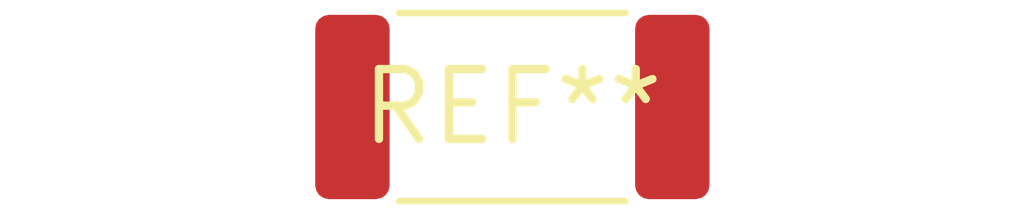
<source format=kicad_pcb>
(kicad_pcb (version 20240108) (generator pcbnew)
  (layers (0 "F.Cu" signal) (31 "B.Cu" signal) (34 "B.Paste" user) (35 "F.Paste" user) (36 "B.SilkS" user "B.Silkscreen") (37 "F.SilkS" user "F.Silkscreen") (38 "B.Mask" user) (39 "F.Mask" user) (44 "Edge.Cuts" user))
  (net 0 "")
  (footprint "L_2512_6332Metric" (layer "F.Cu") (at 0 0)
    (property "Reference" "REF**")
    (property "Value" "L_2512_6332Metric")
    (fp_line (start -2.052064 -1.71) (end 2.052064 -1.71) (layer "F.SilkS") (stroke (width 0.12)))
    (fp_line (start -2.052064 1.71) (end 2.052064 1.71) (layer "F.SilkS") (stroke (width 0.12)))
    (pad "1" smd roundrect (at -2.9 0) (size 1.35 3.35) (layers "F.Cu" "F.Paste" "F.Mask") (roundrect_rratio 0.185185))
    (pad "2" smd roundrect (at 2.9 0) (size 1.35 3.35) (layers "F.Cu" "F.Paste" "F.Mask") (roundrect_rratio 0.185185))
  )
)
</source>
